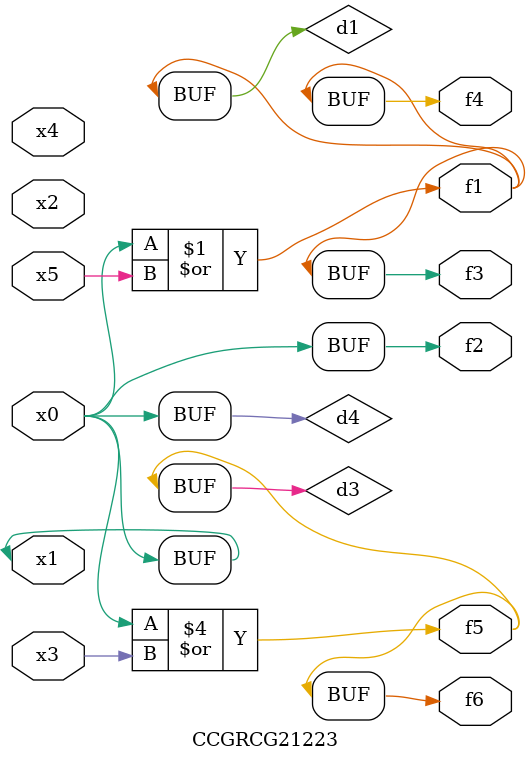
<source format=v>
module CCGRCG21223(
	input x0, x1, x2, x3, x4, x5,
	output f1, f2, f3, f4, f5, f6
);

	wire d1, d2, d3, d4;

	or (d1, x0, x5);
	xnor (d2, x1, x4);
	or (d3, x0, x3);
	buf (d4, x0, x1);
	assign f1 = d1;
	assign f2 = d4;
	assign f3 = d1;
	assign f4 = d1;
	assign f5 = d3;
	assign f6 = d3;
endmodule

</source>
